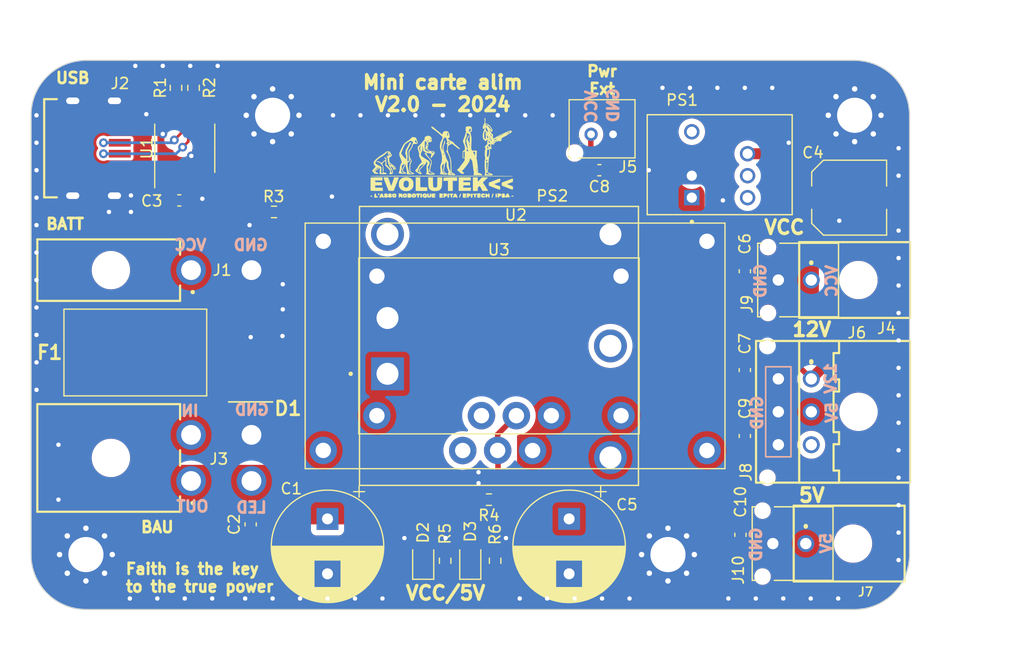
<source format=kicad_pcb>
(kicad_pcb (version 20221018) (generator pcbnew)
  (layers (0 "F.Cu" signal) (31 "B.Cu" signal) (34 "B.Paste" user) (35 "F.Paste" user) (36 "B.SilkS" user "B.Silkscreen") (37 "F.SilkS" user "F.Silkscreen") (38 "B.Mask" user) (39 "F.Mask" user) (44 "Edge.Cuts" user))
  (net 0 "")
  (net 1 "VCC")
  (net 2 "GND")
  (net 3 "+5V")
  (net 4 "Net-(D1-K)")
  (net 5 "Net-(D2-K)")
  (net 6 "Net-(D3-K)")
  (net 7 "+BATT")
  (net 8 "Net-(U2-VO_Adj)")
  (net 12 "+12V")
  (net 13 "Net-(J2-CC1)")
  (net 14 "Net-(U1-VIN)")
  (net 15 "Net-(J2-CC2)")
  (footprint "ConnectorsEvo:GCT_USB4125-GF-A_REVA2" (layer "F.Cu") (at 24.6 28 -90)
    (fp_text reference "J2" (at -5.9 -3.5) (layer "F.SilkS"))
    (fp_text value "USB_C_Receptacle_PowerOnly_6P")
    (pad "A5" smd rect (at -0.5 -3.48 270) (size 0.7 2) (layers "F.Cu" "F.Paste" "F.Mask") (net 13 "Net-(J2-CC1)"))
    (pad "A9" smd rect (at 1.52 -3.48 270) (size 0.76 2) (layers "F.Cu" "F.Paste" "F.Mask") (net 7 "+BATT"))
    (pad "A12" smd rect (at 2.75 -3.48 270) (size 0.8 2) (layers "F.Cu" "F.Paste" "F.Mask") (net 2 "GND"))
    (pad "B5" smd rect (at 0.5 -3.48 270) (size 0.7 2) (layers "F.Cu" "F.Paste" "F.Mask") (net 15 "Net-(J2-CC2)"))
    (pad "B9" smd rect (at -1.52 -3.48 270) (size 0.76 2) (layers "F.Cu" "F.Paste" "F.Mask") (net 7 "+BATT"))
    (pad "B12" smd rect (at -2.75 -3.48 270) (size 0.8 2) (layers "F.Cu" "F.Paste" "F.Mask") (net 2 "GND"))
    (pad "S1" thru_hole oval (at -4.32 -3 270) (size 1.1 1.7) (drill oval 0.6 1.2) (layers "*.Cu" "*.Mask") (net 2 "GND"))
    (pad "S1" thru_hole oval (at -4.32 0.8 270) (size 1.1 1.7) (drill oval 0.6 1.2) (layers "*.Cu" "*.Mask") (net 2 "GND"))
    (pad "S1" thru_hole oval (at 4.32 -3 270) (size 1.1 1.7) (drill oval 0.6 1.2) (layers "*.Cu" "*.Mask") (net 2 "GND"))
    (pad "S1" thru_hole oval (at 4.32 0.8 270) (size 1.1 1.7) (drill oval 0.6 1.2) (layers "*.Cu" "*.Mask") (net 2 "GND"))
  )
  (footprint "Capacitor_SMD:C_Elec_6.3x7.7" (layer "F.Cu") (at 94.5 32.5)
    (fp_text reference "C4" (at -3.3 -4.1) (layer "F.SilkS"))
    (fp_text value "470uF")
    (pad "1" smd roundrect (at -2.5375 0) (size 3.325 1.6) (layers "F.Cu" "F.Paste" "F.Mask") (roundrect_rratio 0.15625) (net 12 "+12V"))
    (pad "2" smd roundrect (at 2.5375 0) (size 3.325 1.6) (layers "F.Cu" "F.Paste" "F.Mask") (roundrect_rratio 0.15625) (net 2 "GND"))
  )
  (footprint "Resistor_SMD:R_0603_1608Metric" (layer "F.Cu") (at 34.8 22.5 90)
    (fp_text reference "R2" (at 0 1.45 90) (layer "F.SilkS"))
    (fp_text value "5.1K")
    (pad "1" smd roundrect (at -0.825 0 90) (size 0.8 0.95) (layers "F.Cu" "F.Paste" "F.Mask") (net 15 "Net-(J2-CC2)"))
    (pad "2" smd roundrect (at 0.825 0 90) (size 0.8 0.95) (layers "F.Cu" "F.Paste" "F.Mask") (net 2 "GND"))
  )
  (footprint "ConnectorsEvo:66200221022" (layer "F.Cu") (at 95 40 90)
    (fp_text reference "J4" (at -4.4 2.9 180) (layer "F.SilkS"))
    (fp_text value "VCC")
    (pad "" np_thru_hole circle (at 0 0.35 90) (size 3 3) (drill 3) (layers "*.Cu" "*.Mask"))
    (pad "1" thru_hole circle (at 0 -3.95 90) (size 1.53 1.53) (drill 1.02) (layers "*.Cu" "*.Mask") (net 1 "VCC"))
    (pad "2" thru_hole circle (at 0 -6.95 90) (size 1.53 1.53) (drill 1.02) (layers "*.Cu" "*.Mask") (net 2 "GND"))
  )
  (footprint "ConnectorsEvo:66200621022" (layer "F.Cu") (at 95 52 90)
    (fp_text reference "J6" (at 7.2 0.2 180) (layer "F.SilkS"))
    (fp_text value "OUT")
    (pad "" np_thru_hole circle (at 0 0.35 90) (size 3 3) (drill 3) (layers "*.Cu" "*.Mask"))
    (pad "1" thru_hole circle (at 3 -3.95 90) (size 1.53 1.53) (drill 1.02) (layers "*.Cu" "*.Mask") (net 12 "+12V"))
    (pad "2" thru_hole circle (at 0 -3.95 90) (size 1.53 1.53) (drill 1.02) (layers "*.Cu" "*.Mask") (net 3 "+5V"))
    (pad "3" thru_hole circle (at -3 -3.95 90) (size 1.53 1.53) (drill 1.02) (layers "*.Cu" "*.Mask"))
    (pad "4" thru_hole circle (at 3 -6.95 90) (size 1.53 1.53) (drill 1.02) (layers "*.Cu" "*.Mask") (net 2 "GND"))
    (pad "5" thru_hole circle (at 0 -6.95 90) (size 1.53 1.53) (drill 1.02) (layers "*.Cu" "*.Mask") (net 2 "GND"))
    (pad "6" thru_hole circle (at -3 -6.95 90) (size 1.53 1.53) (drill 1.02) (layers "*.Cu" "*.Mask") (net 2 "GND"))
  )
  (footprint "Capacitor_THT:CP_Radial_D10.0mm_P5.00mm" (layer "F.Cu") (at 47 61.75 -90)
    (fp_text reference "C1" (at -2.75 3.3) (layer "F.SilkS"))
    (fp_text value "470uF")
    (pad "1" thru_hole rect (at 0 0 270) (size 2 2) (drill 1) (layers "*.Cu" "*.Mask") (net 1 "VCC"))
    (pad "2" thru_hole circle (at 5 0 270) (size 2 2) (drill 1) (layers "*.Cu" "*.Mask") (net 2 "GND"))
  )
  (footprint "LED_SMD:LED_0805_2012Metric" (layer "F.Cu") (at 55.7125 65.5625 90)
    (fp_text reference "D2" (at 2.5625 -0.0125 90) (layer "F.SilkS"))
    (fp_text value "RED")
    (pad "1" smd roundrect (at -0.9375 0 90) (size 0.975 1.4) (layers "F.Cu" "F.Paste" "F.Mask") (net 5 "Net-(D2-K)"))
    (pad "2" smd roundrect (at 0.9375 0 90) (size 0.975 1.4) (layers "F.Cu" "F.Paste" "F.Mask") (net 1 "VCC"))
  )
  (footprint "Capacitor_SMD:C_0603_1608Metric" (layer "F.Cu") (at 84.6 63.2 -90)
    (fp_text reference "C10" (at -3 0 -90) (layer "F.SilkS"))
    (fp_text value "4.7uF")
    (pad "1" smd roundrect (at -0.775 0 270) (size 0.9 0.95) (layers "F.Cu" "F.Paste" "F.Mask") (net 3 "+5V"))
    (pad "2" smd roundrect (at 0.775 0 270) (size 0.9 0.95) (layers "F.Cu" "F.Paste" "F.Mask") (net 2 "GND"))
  )
  (footprint "Capacitor_SMD:C_0603_1608Metric" (layer "F.Cu") (at 85 48.2 -90)
    (fp_text reference "C7" (at -2.4 0 -90) (layer "F.SilkS"))
    (fp_text value "4.7uF")
    (pad "1" smd roundrect (at -0.775 0 270) (size 0.9 0.95) (layers "F.Cu" "F.Paste" "F.Mask") (net 12 "+12V"))
    (pad "2" smd roundrect (at 0.775 0 270) (size 0.9 0.95) (layers "F.Cu" "F.Paste" "F.Mask") (net 2 "GND"))
  )
  (footprint "Capacitor_SMD:C_0603_1608Metric" (layer "F.Cu") (at 33.5 32.75)
    (fp_text reference "C3" (at -2.5 0.05) (layer "F.SilkS"))
    (fp_text value "1uF")
    (pad "1" smd roundrect (at -0.775 0) (size 0.9 0.95) (layers "F.Cu" "F.Paste" "F.Mask") (net 14 "Net-(U1-VIN)"))
    (pad "2" smd roundrect (at 0.775 0) (size 0.9 0.95) (layers "F.Cu" "F.Paste" "F.Mask") (net 2 "GND"))
  )
  (footprint "Capacitor_SMD:C_0603_1608Metric" (layer "F.Cu") (at 85 54.2 -90)
    (fp_text reference "C9" (at -2.5 0 -90) (layer "F.SilkS"))
    (fp_text value "4.7uF")
    (pad "1" smd roundrect (at -0.775 0 270) (size 0.9 0.95) (layers "F.Cu" "F.Paste" "F.Mask") (net 3 "+5V"))
    (pad "2" smd roundrect (at 0.775 0 270) (size 0.9 0.95) (layers "F.Cu" "F.Paste" "F.Mask") (net 2 "GND"))
  )
  (footprint "ConnectorsEvo:649002227222" (layer "F.Cu") (at 27.075 39.1 -90)
    (fp_text reference "J1" (at 0 -10.325) (layer "F.SilkS"))
    (fp_text value "BATT")
    (pad "" np_thru_hole circle (at 0 -0.2 270) (size 3 3) (drill 3) (layers "*.Cu" "*.Mask"))
    (pad "1" thru_hole circle (at 0 -7.5 270) (size 2.7 2.7) (drill 1.8) (layers "*.Cu" "*.Mask") (net 7 "+BATT"))
    (pad "2" thru_hole circle (at 0 -13 270) (size 2.7 2.7) (drill 1.8) (layers "*.Cu" "*.Mask") (net 2 "GND"))
  )
  (footprint "ComponentsEvo:DO-214AB" (layer "F.Cu") (at 40 46.6 90)
    (fp_text reference "D1" (at -5.1 3.4 180) (layer "F.SilkS") (effects (font (size 1.25 1.25) (thickness 0.25) bold)))
    (fp_text value "D" hide)
    (pad "1" smd rect (at -3.3 0 90) (size 1.8 3.2) (layers "F.Cu" "F.Paste" "F.Mask") (net 4 "Net-(D1-K)"))
    (pad "2" smd rect (at 3.3 0 90) (size 1.8 3.2) (layers "F.Cu" "F.Paste" "F.Mask") (net 2 "GND"))
  )
  (footprint "Resistor_SMD:R_0603_1608Metric" (layer "F.Cu") (at 33.2 22.5 90)
    (fp_text reference "R1" (at 0 -1.43 90) (layer "F.SilkS"))
    (fp_text value "5.1K")
    (pad "1" smd roundrect (at -0.825 0 90) (size 0.8 0.95) (layers "F.Cu" "F.Paste" "F.Mask") (net 13 "Net-(J2-CC1)"))
    (pad "2" smd roundrect (at 0.825 0 90) (size 0.8 0.95) (layers "F.Cu" "F.Paste" "F.Mask") (net 2 "GND"))
  )
  (footprint "MountingHole:MountingHole_3.2mm_M3_Pad_Via" (layer "F.Cu") (at 78 65)
    (fp_text reference "H3" hide)
    (fp_text value "M3")
    (pad "1" thru_hole circle (at -2.4 0) (size 0.8 0.8) (drill 0.5) (layers "*.Cu" "*.Mask") (net 2 "GND"))
    (pad "1" thru_hole circle (at -1.697056 -1.697056) (size 0.8 0.8) (drill 0.5) (layers "*.Cu" "*.Mask") (net 2 "GND"))
    (pad "1" thru_hole circle (at -1.697056 1.697056) (size 0.8 0.8) (drill 0.5) (layers "*.Cu" "*.Mask") (net 2 "GND"))
    (pad "1" thru_hole circle (at 0 -2.4) (size 0.8 0.8) (drill 0.5) (layers "*.Cu" "*.Mask") (net 2 "GND"))
    (pad "1" thru_hole circle (at 0 0) (size 6.4 6.4) (drill 3.2) (layers "*.Cu" "*.Mask") (net 2 "GND"))
    (pad "1" thru_hole circle (at 0 2.4) (size 0.8 0.8) (drill 0.5) (layers "*.Cu" "*.Mask") (net 2 "GND"))
    (pad "1" thru_hole circle (at 1.697056 -1.697056) (size 0.8 0.8) (drill 0.5) (layers "*.Cu" "*.Mask") (net 2 "GND"))
    (pad "1" thru_hole circle (at 1.697056 1.697056) (size 0.8 0.8) (drill 0.5) (layers "*.Cu" "*.Mask") (net 2 "GND"))
    (pad "1" thru_hole circle (at 2.4 0) (size 0.8 0.8) (drill 0.5) (layers "*.Cu" "*.Mask") (net 2 "GND"))
  )
  (footprint "ConnectorsEvo:66200621122" (layer "F.Cu") (at 89.55 52 90)
    (fp_text reference "J8" (at -5.5 -4.45 90) (layer "F.SilkS"))
    (fp_text value "OUT")
    (pad "" np_thru_hole circle (at -6 -2.49 90) (size 1.02 1.02) (drill 1.02) (layers "*.Cu" "*.Mask"))
    (pad "" np_thru_hole circle (at 6 -2.49 90) (size 1.02 1.02) (drill 1.02) (layers "*.Cu" "*.Mask"))
    (pad "1" thru_hole circle (at 3 1.5 90) (size 1.53 1.53) (drill 1.02) (layers "*.Cu" "*.Mask") (net 12 "+12V"))
    (pad "2" thru_hole circle (at 0 1.5 90) (size 1.53 1.53) (drill 1.02) (layers "*.Cu" "*.Mask") (net 3 "+5V"))
    (pad "3" thru_hole circle (at -3 1.5 90) (size 1.53 1.53) (drill 1.02) (layers "*.Cu" "*.Mask"))
    (pad "4" thru_hole circle (at 3 -1.5 90) (size 1.53 1.53) (drill 1.02) (layers "*.Cu" "*.Mask") (net 2 "GND"))
    (pad "5" thru_hole circle (at 0 -1.5 90) (size 1.53 1.53) (drill 1.02) (layers "*.Cu" "*.Mask") (net 2 "GND"))
    (pad "6" thru_hole circle (at -3 -1.5 90) (size 1.53 1.53) (drill 1.02) (layers "*.Cu" "*.Mask") (net 2 "GND"))
  )
  (footprint "Package_SO:TSSOP-16_4.4x5mm_P0.65mm" (layer "F.Cu") (at 34 28 90)
    (fp_text reference "U1" (at 0 -3.45 90) (layer "F.SilkS"))
    (fp_text value "IP2721")
    (pad "1" smd roundrect (at -2.8625 -2.275 90) (size 1.475 0.4) (layers "F.Cu" "F.Paste" "F.Mask"))
    (pad "2" smd roundrect (at -2.8625 -1.625 90) (size 1.475 0.4) (layers "F.Cu" "F.Paste" "F.Mask") (net 14 "Net-(U1-VIN)"))
    (pad "3" smd roundrect (at -2.8625 -0.975 90) (size 1.475 0.4) (layers "F.Cu" "F.Paste" "F.Mask"))
    (pad "4" smd roundrect (at -2.8625 -0.325 90) (size 1.475 0.4) (layers "F.Cu" "F.Paste" "F.Mask"))
    (pad "5" smd roundrect (at -2.8625 0.325 90) (size 1.475 0.4) (layers "F.Cu" "F.Paste" "F.Mask") (net 2 "GND"))
    (pad "6" smd roundrect (at -2.8625 0.975 90) (size 1.475 0.4) (layers "F.Cu" "F.Paste" "F.Mask"))
    (pad "7" smd roundrect (at -2.8625 1.625 90) (size 1.475 0.4) (layers "F.Cu" "F.Paste" "F.Mask"))
    (pad "8" smd roundrect (at -2.8625 2.275 90) (size 1.475 0.4) (layers "F.Cu" "F.Paste" "F.Mask"))
    (pad "9" smd roundrect (at 2.8625 2.275 90) (size 1.475 0.4) (layers "F.Cu" "F.Paste" "F.Mask"))
    (pad "10" smd roundrect (at 2.8625 1.625 90) (size 1.475 0.4) (layers "F.Cu" "F.Paste" "F.Mask"))
    (pad "11" smd roundrect (at 2.8625 0.975 90) (size 1.475 0.4) (layers "F.Cu" "F.Paste" "F.Mask"))
    (pad "12" smd roundrect (at 2.8625 0.325 90) (size 1.475 0.4) (layers "F.Cu" "F.Paste" "F.Mask") (net 15 "Net-(J2-CC2)"))
    (pad "13" smd roundrect (at 2.8625 -0.325 90) (size 1.475 0.4) (layers "F.Cu" "F.Paste" "F.Mask") (net 13 "Net-(J2-CC1)"))
    (pad "14" smd roundrect (at 2.8625 -0.975 90) (size 1.475 0.4) (layers "F.Cu" "F.Paste" "F.Mask"))
    (pad "15" smd roundrect (at 2.8625 -1.625 90) (size 1.475 0.4) (layers "F.Cu" "F.Paste" "F.Mask"))
    (pad "16" smd roundrect (at 2.8625 -2.275 90) (size 1.475 0.4) (layers "F.Cu" "F.Paste" "F.Mask"))
  )
  (footprint "Resistor_SMD:R_0603_1608Metric" (layer "F.Cu") (at 61.7 60 180)
    (fp_text reference "R4" (at 0 -1.43 180) (layer "F.SilkS"))
    (fp_text value "21K")
    (pad "1" smd roundrect (at -0.825 0 180) (size 0.8 0.95) (layers "F.Cu" "F.Paste" "F.Mask") (net 8 "Net-(U2-VO_Adj)"))
    (pad "2" smd roundrect (at 0.825 0 180) (size 0.8 0.95) (layers "F.Cu" "F.Paste" "F.Mask") (net 2 "GND"))
  )
  (footprint "ConnectorsEvo:66200221022" (layer "F.Cu") (at 94.5 64 90)
    (fp_text reference "J7" (at -4.4 1.5 180) (layer "F.SilkS") (effects (font (size 0.8 0.8))))
    (fp_text value "5V")
    (pad "" np_thru_hole circle (at 0 0.35 90) (size 3 3) (drill 3) (layers "*.Cu" "*.Mask"))
    (pad "1" thru_hole circle (at 0 -3.95 90) (size 1.53 1.53) (drill 1.02) (layers "*.Cu" "*.Mask") (net 3 "+5V"))
    (pad "2" thru_hole circle (at 0 -6.95 90) (size 1.53 1.53) (drill 1.02) (layers "*.Cu" "*.Mask") (net 2 "GND"))
  )
  (footprint "Capacitor_SMD:C_0603_1608Metric" (layer "F.Cu") (at 85 39.2 -90)
    (fp_text reference "C6" (at -2.5 0 -90) (layer "F.SilkS"))
    (fp_text value "4.7uF")
    (pad "1" smd roundrect (at -0.775 0 270) (size 0.9 0.95) (layers "F.Cu" "F.Paste" "F.Mask") (net 1 "VCC"))
    (pad "2" smd roundrect (at 0.775 0 270) (size 0.9 0.95) (layers "F.Cu" "F.Paste" "F.Mask") (net 2 "GND"))
  )
  (footprint "MountingHole:MountingHole_3.2mm_M3_Pad_Via" (layer "F.Cu") (at 95 25)
    (fp_text reference "H4" hide)
    (fp_text value "M3")
    (pad "1" thru_hole circle (at -2.4 0) (size 0.8 0.8) (drill 0.5) (layers "*.Cu" "*.Mask") (net 2 "GND"))
    (pad "1" thru_hole circle (at -1.697056 -1.697056) (size 0.8 0.8) (drill 0.5) (layers "*.Cu" "*.Mask") (net 2 "GND"))
    (pad "1" thru_hole circle (at -1.697056 1.697056) (size 0.8 0.8) (drill 0.5) (layers "*.Cu" "*.Mask") (net 2 "GND"))
    (pad "1" thru_hole circle (at 0 -2.4) (size 0.8 0.8) (drill 0.5) (layers "*.Cu" "*.Mask") (net 2 "GND"))
    (pad "1" thru_hole circle (at 0 0) (size 6.4 6.4) (drill 3.2) (layers "*.Cu" "*.Mask") (net 2 "GND"))
    (pad "1" thru_hole circle (at 0 2.4) (size 0.8 0.8) (drill 0.5) (layers "*.Cu" "*.Mask") (net 2 "GND"))
    (pad "1" thru_hole circle (at 1.697056 -1.697056) (size 0.8 0.8) (drill 0.5) (layers "*.Cu" "*.Mask") (net 2 "GND"))
    (pad "1" thru_hole circle (at 1.697056 1.697056) (size 0.8 0.8) (drill 0.5) (layers "*.Cu" "*.Mask") (net 2 "GND"))
    (pad "1" thru_hole circle (at 2.4 0) (size 0.8 0.8) (drill 0.5) (layers "*.Cu" "*.Mask") (net 2 "GND"))
  )
  (footprint "ComponentsEvo:0031.7701.11" (layer "F.Cu") (at 29.5 46.6 180)
    (fp_text reference "F1" (at 7.8 0 180) (layer "F.SilkS") (effects (font (size 1.25 1.25) (thickness 0.25) bold)))
    (fp_text value "Fuse")
    (pad "1" smd rect (at -4 0 180) (size 5 6) (layers "F.Cu" "F.Paste" "F.Mask") (net 4 "Net-(D1-K)"))
    (pad "2" smd rect (at 4 0 180) (size 5 6) (layers "F.Cu" "F.Paste" "F.Mask") (net 7 "+BATT"))
  )
  (footprint "ConnectorsEvo:649004227222" (layer "F.Cu") (at 27.075 56.2 -90)
    (fp_text reference "J3" (at 0.1 -10.025) (layer "F.SilkS"))
    (fp_text value "BAU")
    (pad "" np_thru_hole circle (at 0 -0.2 270) (size 3 3) (drill 3) (layers "*.Cu" "*.Mask"))
    (pad "1" thru_hole circle (at 2.1 -7.5 270) (size 2.7 2.7) (drill 1.8) (layers "*.Cu" "*.Mask") (net 1 "VCC"))
    (pad "2" thru_hole circle (at -2.1 -7.5 270) (size 2.7 2.7) (drill 1.8) (layers "*.Cu" "*.Mask") (net 4 "Net-(D1-K)"))
    (pad "3" thru_hole circle (at 2.1 -13 270) (size 2.7 2.7) (drill 1.8) (layers "*.Cu" "*.Mask") (net 1 "VCC"))
    (pad "4" thru_hole circle (at -2.1 -13 270) (size 2.7 2.7) (drill 1.8) (layers "*.Cu" "*.Mask") (net 2 "GND"))
  )
  (footprint "Capacitor_SMD:C_0603_1608Metric" (layer "F.Cu") (at 71.75 30)
    (fp_text reference "C8" (at 0 1.5) (layer "F.SilkS"))
    (fp_text value "4.7uF")
    (pad "1" smd roundrect (at -0.775 0) (size 0.9 0.95) (layers "F.Cu" "F.Paste" "F.Mask") (net 1 "VCC"))
    (pad "2" smd roundrect (at 0.775 0) (size 0.9 0.95) (layers "F.Cu" "F.Paste" "F.Mask") (net 2 "GND"))
  )
  (footprint "LED_SMD:LED_0805_2012Metric" (layer "F.Cu") (at 60 65.5625 90)
    (fp_text reference "D3" (at 2.6625 0 90) (layer "F.SilkS"))
    (fp_text value "RED")
    (pad "1" smd roundrect (at -0.9375 0 90) (size 0.975 1.4) (layers "F.Cu" "F.Paste" "F.Mask") (net 6 "Net-(D3-K)"))
    (pad "2" smd roundrect (at 0.9375 0 90) (size 0.975 1.4) (layers "F.Cu" "F.Paste" "F.Mask") (net 3 "+5V"))
  )
  (footprint "MountingHole:MountingHole_3.2mm_M3_Pad_Via" (layer "F.Cu") (at 25 65)
    (fp_text reference "H2" hide)
    (fp_text value "M3")
    (pad "1" thru_hole circle (at -2.4 0) (size 0.8 0.8) (drill 0.5) (layers "*.Cu" "*.Mask") (net 2 "GND"))
    (pad "1" thru_hole circle (at -1.697056 -1.697056) (size 0.8 0.8) (drill 0.5) (layers "*.Cu" "*.Mask") (net 2 "GND"))
    (pad "1" thru_hole circle (at -1.697056 1.697056) (size 0.8 0.8) (drill 0.5) (layers "*.Cu" "*.Mask") (net 2 "GND"))
    (pad "1" thru_hole circle (at 0 -2.4) (size 0.8 0.8) (drill 0.5) (layers "*.Cu" "*.Mask") (net 2 "GND"))
    (pad "1" thru_hole circle (at 0 0) (size 6.4 6.4) (drill 3.2) (layers "*.Cu" "*.Mask") (net 2 "GND"))
    (pad "1" thru_hole circle (at 0 2.4) (size 0.8 0.8) (drill 0.5) (layers "*.Cu" "*.Mask") (net 2 "GND"))
    (pad "1" thru_hole circle (at 1.697056 -1.697056) (size 0.8 0.8) (drill 0.5) (layers "*.Cu" "*.Mask") (net 2 "GND"))
    (pad "1" thru_hole circle (at 1.697056 1.697056) (size 0.8 0.8) (drill 0.5) (layers "*.Cu" "*.Mask") (net 2 "GND"))
    (pad "1" thru_hole circle (at 2.4 0) (size 0.8 0.8) (drill 0.5) (layers "*.Cu" "*.Mask") (net 2 "GND"))
  )
  (footprint "Resistor_SMD:R_0603_1608Metric" (layer "F.Cu") (at 42.125 33.8 180)
    (fp_text reference "R3" (at 0.025 1.4) (layer "F.SilkS"))
    (fp_text value "0")
    (pad "1" smd roundrect (at -0.825 0 180) (size 0.8 0.95) (layers "F.Cu" "F.Paste" "F.Mask") (net 1 "VCC"))
    (pad "2" smd roundrect (at 0.825 0 180) (size 0.8 0.95) (layers "F.Cu" "F.Paste" "F.Mask") (net 14 "Net-(U1-VIN)"))
  )
  (footprint "ConnectorsEvo:66200221122" (layer "F.Cu") (at 89.05 64 90)
    (fp_text reference "J10" (at -2.4 -4.65 90) (layer "F.SilkS"))
    (fp_text value "5V")
    (pad "" np_thru_hole circle (at -3 -2.44 90) (size 1.02 1.02) (drill 1.02) (layers "*.Cu" "*.Mask"))
    (pad "" np_thru_hole circle (at 3 -2.44 90) (size 1.02 1.02) (drill 1.02) (layers "*.Cu" "*.Mask"))
    (pad "1" thru_hole circle (at 0 1.5 90) (size 1.53 1.53) (drill 1.02) (layers "*.Cu" "*.Mask") (net 3 "+5V"))
    (pad "2" thru_hole circle (at 0 -1.5 90) (size 1.53 1.53) (drill 1.02) (layers "*.Cu" "*.Mask") (net 2 "GND"))
  )
  (footprint "MountingHole:MountingHole_3.2mm_M3_Pad_Via" (layer "F.Cu") (at 42 25)
    (fp_text reference "H1" hide)
    (fp_text value "M3")
    (pad "1" thru_hole circle (at -2.4 0) (size 0.8 0.8) (drill 0.5) (layers "*.Cu" "*.Mask") (net 2 "GND"))
    (pad "1" thru_hole circle (at -1.697056 -1.697056) (size 0.8 0.8) (drill 0.5) (layers "*.Cu" "*.Mask") (net 2 "GND"))
    (pad "1" thru_hole circle (at -1.697056 1.697056) (size 0.8 0.8) (drill 0.5) (layers "*.Cu" "*.Mask") (net 2 "GND"))
    (pad "1" thru_hole circle (at 0 -2.4) (size 0.8 0.8) (drill 0.5) (layers "*.Cu" "*.Mask") (net 2 "GND"))
    (pad "1" thru_hole circle (at 0 0) (size 6.4 6.4) (drill 3.2) (layers "*.Cu" "*.Mask") (net 2 "GND"))
    (pad "1" thru_hole circle (at 0 2.4) (size 0.8 0.8) (drill 0.5) (layers "*.Cu" "*.Mask") (net 2 "GND"))
    (pad "1" thru_hole circle (at 1.697056 -1.697056) (size 0.8 0.8) (drill 0.5) (layers "*.Cu" "*.Mask") (net 2 "GND"))
    (pad "1" thru_hole circle (at 1.697056 1.697056) (size 0.8 0.8) (drill 0.5) (layers "*.Cu" "*.Mask") (net 2 "GND"))
    (pad "1" thru_hole circle (at 2.4 0) (size 0.8 0.8) (drill 0.5) (layers "*.Cu" "*.Mask") (net 2 "GND"))
  )
  (footprint "Module:Texas_EUK_R-PDSS-T7_THT" (layer "F.Cu") (at 46.6125 36.475)
    (fp_text reference "U2" (at 17.53 -2.4) (layer "F.SilkS"))
    (fp_text value "PTN78020W_EUK-7")
    (pad "1" thru_hole roundrect (at 0 0) (size 2.5 2.5) (drill 1.4) (layers "*.Cu" "*.Mask") (net 2 "GND"))
    (pad "2" thru_hole circle (at 0 19.04) (size 2.5 2.5) (drill 1.4) (layers "*.Cu" "*.Mask") (net 1 "VCC"))
    (pad "3" thru_hole circle (at 12.7 19.05) (size 2.5 2.5) (drill 1.4) (layers "*.Cu" "*.Mask"))
    (pad "4" thru_hole circle (at 15.88 19.04) (size 2.5 2.5) (drill 1.4) (layers "*.Cu" "*.Mask") (net 8 "Net-(U2-VO_Adj)"))
    (pad "5" thru_hole circle (at 19.06 19.05) (size 2.5 2.5) (drill 1.4) (layers "*.Cu" "*.Mask") (net 3 "+5V"))
    (pad "6" thru_hole circle (at 34.94 19.05) (size 2.5 2.5) (drill 1.4) (layers "*.Cu" "*.Mask") (net 3 "+5V"))
    (pad "7" thru_hole circle (at 34.94 0) (size 2.5 2.5) (drill 1.4) (layers "*.Cu" "*.Mask") (net 2 "GND"))
  )
  (footprint "ConnectorsEvo:66200221122" (layer "F.Cu") (at 89.55 40 90)
    (fp_text reference "J9" (at -2.2 -4.35 90) (layer "F.SilkS"))
    (fp_text value "VCC")
    (pad "" np_thru_hole circle (at -3 -2.44 90) (size 1.02 1.02) (drill 1.02) (layers "*.Cu" "*.Mask"))
    (pad "" np_thru_hole circle (at 3 -2.44 90) (size 1.02 1.02) (drill 1.02) (layers "*.Cu" "*.Mask"))
    (pad "1" thru_hole circle (at 0 1.5 90) (size 1.53 1.53) (drill 1.02) (layers "*.Cu" "*.Mask") (net 1 "VCC"))
    (pad "2" thru_hole circle (at 0 -1.5 90) (size 1.53 1.53) (drill 1.02) (layers "*.Cu" "*.Mask") (net 2 "GND"))
  )
  (footprint "Capacitor_THT:CP_Radial_D10.0mm_P5.00mm" (layer "F.Cu") (at 69 61.75 -90)
    (fp_text reference "C5" (at -1.29 -5.26) (layer "F.SilkS"))
    (fp_text value "470uF")
    (pad "1" thru_hole rect (at 0 0 270) (size 2 2) (drill 1) (layers "*.Cu" "*.Mask") (net 3 "+5V"))
    (pad "2" thru_hole circle (at 5 0 270) (size 2 2) (drill 1) (layers "*.Cu" "*.Mask") (net 2 "GND"))
  )
  (footprint "Module:Texas_EUW_R-PDSS-T7_THT" (layer "F.Cu") (at 51.4975 39.65)
    (fp_text reference "U3" (at 11.1 -2.4) (layer "F.SilkS"))
    (fp_text value "PTN78060W_EUW-7")
    (pad "1" thru_hole roundrect (at 0 0) (size 2.5 2.5) (drill 1.4) (layers "*.Cu" "*.Mask") (net 2 "GND"))
    (pad "2" thru_hole circle (at 0 12.7) (size 2.5 2.5) (drill 1.4) (layers "*.Cu" "*.Mask") (net 1 "VCC"))
    (pad "3" thru_hole circle (at 9.52 12.7) (size 2.5 2.5) (drill 1.4) (layers "*.Cu" "*.Mask"))
    (pad "4" thru_hole circle (at 12.7 12.7) (size 2.5 2.5) (drill 1.4) (layers "*.Cu" "*.Mask") (net 8 "Net-(U2-VO_Adj)"))
    (pad "5" thru_hole circle (at 15.88 12.7) (size 2.5 2.5) (drill 1.4) (layers "*.Cu" "*.Mask") (net 3 "+5V"))
    (pad "6" thru_hole circle (at 22.23 12.7) (size 2.5 2.5) (drill 1.4) (layers "*.Cu" "*.Mask") (net 3 "+5V"))
    (pad "7" thru_hole circle (at 22.23 0) (size 2.5 2.5) (drill 1.4) (layers "*.Cu" "*.Mask") (net 2 "GND"))
  )
  (footprint "Resistor_SMD:R_0603_1608Metric" (layer "F.Cu") (at 62.2625 65.5625 90)
    (fp_text reference "R6" (at 2.4125 -0.0125 90) (layer "F.SilkS"))
    (fp_text value "1K")
    (pad "1" smd roundrect (at -0.825 0 90) (size 0.8 0.95) (layers "F.Cu" "F.Paste" "F.Mask") (net 6 "Net-(D3-K)"))
    (pad "2" smd roundrect (at 0.825 0 90) (size 0.8 0.95) (layers "F.Cu" "F.Paste" "F.Mask") (net 2 "GND"))
  )
  (footprint "ComponentsEvo:logo-evo-min" (layer "F.Cu") (at 57.5 28.75)
    (fp_text reference "G***" hide)
    (fp_text value "LOGO" hide)
  )
  (footprint "ConnectorsEvo:B02B-PASK" (layer "F.Cu") (at 72 26.73175 180)
    (fp_text reference "J5" (at -2.35 -2.96825 180) (layer "F.SilkS"))
    (fp_text value "PWR Ext")
    (fp_text user "1" (at 1.968 -0.5 180) (layer "F.SilkS") (effects (font (thickness 0.015))))
    (pad "" np_thru_hole circle (at 2.5 -1.7 180) (size 1.1 1.1) (drill 1.1) (layers "*.Cu" "*.Mask"))
    (pad "1" thru_hole circle (at 1 0 180) (size 1.208 1.208) (drill 0.7) (layers "*.Cu" "*.Mask" "B.Adhes") (net 1 "VCC"))
    (pad "2" thru_hole circle (at -1 0 180) (size 1.208 1.208) (drill 0.7) (layers "*.Cu" "*.Mask") (net 2 "GND"))
  )
  (footprint "Resistor_SMD:R_0603_1608Metric" (layer "F.Cu") (at 57.7125 65.5625 90)
    (fp_text reference "R5" (at 2.4625 -0.0125 90) (layer "F.SilkS"))
    (fp_text value "1K")
    (pad "1" smd roundrect (at -0.825 0 90) (size 0.8 0.95) (layers "F.Cu" "F.Paste" "F.Mask") (net 5 "Net-(D2-K)"))
    (pad "2" smd roundrect (at 0.825 0 90) (size 0.8 0.95) (layers "F.Cu" "F.Paste" "F.Mask") (net 2 "GND"))
  )
  (footprint "ComponentsEvo:TRACO_CONV_THL" (layer "F.Cu") (at 62.6125 46 -90)
    (fp_text reference "PS2" (at -13.66 -4.8575) (layer "F.SilkS"))
    (fp_text value "THL_20-2411WI")
    (pad "1" thru_hole rect (at 2.54 10.15 270) (size 3 3) (drill 2) (layers "*.Cu" "*.Mask") (net 1 "VCC"))
    (pad "2" thru_hole circle (at -2.54 10.15 270) (size 3 3) (drill 2) (layers "*.Cu" "*.Mask") (net 2 "GND"))
    (pad "3" thru_hole circle (at 10.16 -10.15 270) (size 3 3) (drill 2) (layers "*.Cu" "*.Mask") (net 3 "+5V"))
    (pad "4" thru_hole circle (at 0 -10.15 270) (size 3 3) (drill 2) (layers "*.Cu" "*.Mask"))
    (pad "5" thru_hole circle (at -10.16 -10.15 270) (size 3 3) (drill 2) (layers "*.Cu" "*.Mask") (net 2 "GND"))
    (pad "6" thru_hole circle (at -10.16 10.15 270) (size 3 3) (drill 2) (layers "*.Cu" "*.Mask"))
  )
  (footprint "ComponentsEvo:TRACO_CONV_TDN" (layer "F.Cu") (at 82.71 29.5)
    (fp_text reference "PS1" (at -3.425 -5.885) (layer "F.SilkS"))
    (fp_text value "TDN_5-2412WI")
    (pad "1" thru_hole rect (at -2.54 3) (size 1.4 1.4) (drill 0.93) (layers "*.Cu" "*.Mask") (net 1 "VCC"))
    (pad "2" thru_hole circle (at -2.54 1) (size 1.4 1.4) (drill 0.93) (layers "*.Cu" "*.Mask") (net 2 "GND"))
    (pad "4" thru_hole circle (at -2.54 -3) (size 1.4 1.4) (drill 0.93) (layers "*.Cu" "*.Mask"))
    (pad "5" thru_hole circle (at 2.54 3) (size 1.4 1.4) (drill 0.93) (layers "*.Cu" "*.Mask"))
    (pad "6" thru_hole circle (at 2.54 1) (size 1.4 1.4) (drill 0.93) (layers "*.Cu" "*.Mask"))
    (pad "7" thru_hole circle (at 2.54 -1) (size 1.4 1.4) (drill 0.93) (layers "*.Cu" "*.Mask") (net 12 "+12V"))
  )
  (footprint "Capacitor_SMD:C_0603_1608Metric" (layer "F.Cu") (at 40 62.25 -90)
    (fp_text reference "C2" (at 0 1.5 -90) (layer "F.SilkS"))
    (fp_text value "2.2uF")
    (pad "1" smd roundrect (at -0.775 0 270) (size 0.9 0.95) (layers "F.Cu" "F.Paste" "F.Mask") (net 1 "VCC"))
    (pad "2" smd roundrect (at 0.775 0 270) (size 0.9 0.95) (layers "F.Cu" "F.Paste" "F.Mask") (net 2 "GND"))
  )
  (gr_rect (start 86.9 47.9) (end 89.2 56.1) (stroke (width 0.15)) (fill none) (layer "B.SilkS"))
  (gr_arc (start 20 25) (mid 21.464466 21.464466) (end 25 20) (stroke (width 0.1)) (layer "Edge.Cuts"))
  (gr_arc (start 25 70) (mid 21.464467 68.535534) (end 20 65) (stroke (width 0.1)) (layer "Edge.Cuts"))
  (gr_line (start 100 25) (end 100 65) (stroke (width 0.1)) (layer "Edge.Cuts"))
  (gr_line (start 20 65) (end 20 25) (stroke (width 0.1)) (layer "Edge.Cuts"))
  (gr_arc (start 95 20) (mid 98.535534 21.464466) (end 100 25) (stroke (width 0.1)) (layer "Edge.Cuts"))
  (gr_line (start 25 20) (end 95 20) (stroke (width 0.1)) (layer "Edge.Cuts"))
  (gr_line (start 25 70) (end 95 70) (stroke (width 0.1)) (layer "Edge.Cuts"))
  (gr_arc (start 100 65) (mid 98.535534 68.535533) (end 95 70) (stroke (width 0.1)) (layer "Edge.Cuts"))
  (gr_text "GND" (at 87 38.4 90) (layer "B.SilkS") (effects (font (size 1 1) (thickness 0.25) bold) (justify left bottom mirror)))
  (gr_text "5V" (at 93.5 51 90) (layer "B.SilkS") (effects (font (size 1 1) (thickness 0.25) bold) (justify left bottom mirror)))
  (gr_text "GND" (at 41.8 52.4) (layer "B.SilkS") (effects (font (size 1 1) (thickness 0.25) bold) (justify left bottom mirror)))
  (gr_text "GND" (at 41.7 37.4) (layer "B.SilkS") (effects (font (size 1 1) (thickness 0.25) bold) (justify left bottom mirror)))
  (gr_text "GND" (at 86.7 50.4 90) (layer "B.SilkS") (effects (font (size 1 1) (thickness 0.25) bold) (justify left bottom mirror)))
  (gr_text "VCC" (at 93.5 38.5 90) (layer "B.SilkS") (effects (font (size 1 1) (thickness 0.25) bold) (justify left bottom mirror)))
  (gr_text "GND" (at 73.6 22.4 90) (layer "B.SilkS") (effects (font (size 1 1) (thickness 0.25) bold) (justify left bottom mirror)))
  (gr_text "IN" (at 35.4 52.5) (layer "B.SilkS") (effects (font (size 1 1) (thickness 0.25) bold) (justify left bottom mirror)))
  (gr_text "12V" (at 93.4 47.4 90) (layer "B.SilkS") (effects (font (size 1 1) (thickness 0.25) bold) (justify left bottom mirror)))
  (gr_text "VCC" (at 71.6 22.6 90) (layer "B.SilkS") (effects (font (size 1 1) (thickness 0.25) bold) (justify left bottom mirror)))
  (gr_text "VCC" (at 36.1 37.4) (layer "B.SilkS") (effects (font (size 1 1) (thickness 0.25) bold) (justify left bottom mirror)))
  (gr_text "LED" (at 41.6 61.3) (layer "B.SilkS") (effects (font (size 1 1) (thickness 0.25) bold) (justify left bottom mirror)))
  (gr_text "OUT" (at 36.3 61.2) (layer "B.SilkS") (effects (font (size 1 1) (thickness 0.25) bold) (justify left bottom mirror)))
  (gr_text "GND" (at 86.6 62.4 90) (layer "B.SilkS") (effects (font (size 1 1) (thickness 0.25) bold) (justify left bottom mirror)))
  (gr_text "5V" (at 93 62.9 90) (layer "B.SilkS") (effects (font (size 1 1) (thickness 0.25) bold) (justify left bottom mirror)))
  (gr_text "BATT" (at 23.1 34.9) (layer "F.SilkS") (effects (font (size 1 1) (thickness 0.25))))
  (gr_text "Mini carte alim\nV2.0 - 2024" (at 57.5 23) (layer "F.SilkS") (effects (font (size 1.25 1.25) (thickness 0.3125) bold)))
  (gr_text "12V" (at 91.1 44.5) (layer "F.SilkS") (effects (font (size 1.25 1.25) (thickness 0.3))))
  (gr_text "Faith is the key\nto the true power" (at 28.5 68.5) (layer "F.SilkS") (effects (font (size 1 1) (thickness 0.25) bold) (justify left bottom)))
  (gr_text "USB" (at 23.8 21.6) (layer "F.SilkS") (effects (font (size 1 1) (thickness 0.25))))
  (gr_text "Pwr\nExt" (at 72 21.8) (layer "F.SilkS") (effects (font (size 1 1) (thickness 0.25))))
  (gr_text "VCC" (at 88.6 35.2) (layer "F.SilkS") (effects (font (size 1.25 1.25) (thickness 0.3))))
  (gr_text "VCC/5V" (at 57.75 68.5) (layer "F.SilkS") (effects (font (size 1.25 1.25) (thickness 0.3))))
  (gr_text "BAU" (at 31.5 62.5) (layer "F.SilkS") (effects (font (size 1 1) (thickness 0.25))))
  (gr_text "5V" (at 91.1 59.6) (layer "F.SilkS") (effects (font (size 1.25 1.25) (thickness 0.3))))
  (segment (start 71 32) (end 71.5 32.5) (width 0.5) (layer "F.Cu") (net 1))
  (segment (start 70.975 30) (end 70.975 26.75675) (width 0.5) (layer "F.Cu") (net 1))
  (segment (start 49.3 33.8) (end 49.6 34.1) (width 0.25) (layer "F.Cu") (net 1))
  (segment (start 71 30.025) (end 71 32) (width 0.5) (layer "F.Cu") (net 1))
  (segment (start 55.7125 62.9625) (end 54.5 61.75) (width 0.5) (layer "F.Cu") (net 1))
  (segment (start 70.975 30) (end 71 30.025) (width 0.5) (layer "F.Cu") (net 1))
  (segment (start 49.6 34.1) (end 49.6 45.6775) (width 0.25) (layer "F.Cu") (net 1))
  (segment (start 89.3 41.75) (end 87.641909 41.75) (width 1) (layer "F.Cu") (net 1))
  (segment (start 84.5 42.5) (end 58.5025 42.5) (width 1) (layer "F.Cu") (net 1))
  (segment (start 91.05 40) (end 89.3 41.75) (width 1) (layer "F.Cu") (net 1))
  (segment (start 87.631909 41.74) (end 85.26 41.74) (width 1) (layer "F.Cu") (net 1))
  (segment (start 71.5 32.5) (end 80.17 32.5) (width 0.5) (layer "F.Cu") (net 1))
  (segment (start 58.5025 42.5) (end 52.4625 48.54) (width 1) (layer "F.Cu") (net 1))
  (segment (start 54.5 61.75) (end 47 61.75) (width 0.5) (layer "F.Cu") (net 1))
  (segment (start 85.26 41.74) (end 84.5 42.5) (width 1) (layer "F.Cu") (net 1))
  (segment (start 70.975 26.75675) (end 71 26.73175) (width 0.5) (layer "F.Cu") (net 1))
  (segment (start 55.7125 64.625) (end 55.7125 62.9625) (width 0.5) (layer "F.Cu") (net 1))
  (segment (start 49.3 33.8) (end 42.95 33.8) (width 0.25) (layer "F.Cu") (net 1))
  (segment (start 87.641909 41.75) (end 87.631909 41.74) (width 1) (layer "F.Cu") (net 1))
  (segment (start 49.6 45.6775) (end 52.4625 48.54) (width 0.25) (layer "F.Cu") (net 1))
  (segment (start 73 26.73175) (end 73 29.525) (width 0.5) (layer "F.Cu") (net 2))
  (segment (start 57.7125 64.7375) (end 57.7125 63.5375) (width 0.5) (layer "F.Cu") (net 2))
  (segment (start 88.05 55) (end 88.025 54.975) (width 1) (layer "F.Cu") (net 2))
  (segment (start 85 39.975) (end 88.025 39.975) (width 1) (layer "F.Cu") (net 2))
  (segment (start 84.825 64) (end 84.8 63.975) (width 1) (layer "F.Cu") (net 2))
  (segment (start 57.7125 63.5375) (end 57.75 63.5) (width 0.5) (layer "F.Cu") (net 2))
  (segment (start 88.025 39.975) (end 88.05 40) (width 1) (layer "F.Cu") (net 2))
  (segment (start 34.325 32.7) (end 34.275 32.75) (width 0.25) (layer "F.Cu") (net 2))
  (segment (start 73 29.525) (end 72.525 30) (width 0.5) (layer "F.Cu") (net 2))
  (segment (start 60.875 61.025) (end 60.875 60) (width 0.5) (layer "F.Cu") (net 2))
  (segment (start 34.325 30.8625) (end 34.325 32.7) (width 0.25) (layer "F.Cu") (net 2))
  (segment (start 84.6 63.975) (end 84.8 63.975) (width 1) (layer "F.Cu") (net 2))
  (segment (start 58.4 63.5) (end 60.875 61.025) (width 0.5) (layer "F.Cu") (net 2))
  (segment (start 87.55 64) (end 84.825 64) (width 1) (layer "F.Cu") (net 2))
  (segment (start 35.45 32.75) (end 35.6 32.6) (width 0.25) (layer "F.Cu") (net 2))
  (segment (start 88.05 49) (end 85.125 49) (width 1) (layer "F.Cu") (net 2))
  (segment (start 57.75 63.5) (end 58.4 63.5) (width 0.5) (layer "F.Cu") (net 2))
  (segment (start 85.125 49) (end 85.1 49.025) (width 1) (layer "F.Cu") (net 2))
  (segment (start 34.275 32.75) (end 35.45 32.75) (width 0.25) (layer "F.Cu") (net 2))
  (segment (start 88.025 54.975) (end 85.1 54.975) (width 1) (layer "F.Cu") (net 2))
  (via (at 27.1 33.8) (size 0.8) (drill 0.4) (layers "F.Cu" "B.Cu") (net 2))
  (via (at 83.5 69) (size 0.8) (drill 0.4) (layers "F.Cu" "B.Cu") (net 2))
  (via (at 20.5 50) (size 0.8) (drill 0.4) (layers "F.Cu" "B.Cu") (net 2))
  (via (at 99 45.5) (size 0.8) (drill 0.4) (layers "F.Cu" "B.Cu") (net 2))
  (via (at 99 63) (size 0.8) (drill 0.4) (layers "F.Cu" "B.Cu") (net 2))
  (via (at 87.5 22.5) (size 0.8) (drill 0.4) (layers "F.Cu" "B.Cu") (net 2))
  (via (at 57.75 63.5) (size 0.8) (drill 0.4) (layers "F.Cu" "B.Cu") (net 2))
  (via (at 63.25 63.5) (size 0.8) (drill 0.4) (layers "F.Cu" "B.Cu") (net 2))
  (via (at 42.926 42.672) (size 0.8) (drill 0.4) (layers "F.Cu" "B.Cu") (net 2))
  (via (at 20.5 37.5) (size 0.8) (drill 0.4) (layers "F.Cu" "B.Cu") (net 2))
  (via (at 99 58) (size 0.8) (drill 0.4) (layers "F.Cu" "B.Cu") (net 2))
  (via (at 82.5 22.5) (size 0.8) (drill 0.4) (layers "F.Cu" "B.Cu") (net 2))
  (via (at 55 25) (size 0.8) (drill 0.4) (layers "F.Cu" "B.Cu") (net 2))
  (via (at 80 22.5) (size 0.8) (drill 0.4) (layers "F.Cu" "B.Cu") (net 2))
  (via (at 20.5 45) (size 0.8) (drill 0.4) (layers "F.Cu" "B.Cu") (net 2))
  (via (at 39.5 69) (size 0.8) (drill 0.4) (layers "F.Cu" "B.Cu") (net 2))
  (via (at 99 38) (size 0.8) (drill 0.4) (layers "F.Cu" "B.Cu") (net 2))
  (via (at 74.5 69) (size 0.8) (drill 0.4) (layers "F.Cu" "B.Cu") (net 2))
  (via (at 99 65.5) (size 0.8) (drill 0.4) (layers "F.Cu" "B.Cu") (net 2))
  (via (at 99 40.5) (size 0.8) (drill 0.4) (layers "F.Cu" "B.Cu") (net 2))
  (via (at 60.75 57.5) (size 0.8) (drill 0.4) (layers "F.Cu" "B.Cu") (net 2))
  (via (at 39.9 35) (size 0.8) (drill 0.4) (layers "F.Cu" "B.Cu") (net 2))
  (via (at 22.5 60) (size 0.8) (drill 0.4) (layers "F.Cu" "B.Cu") (net 2))
  (via (at 67.5 25) (size 0.8) (drill 0.4) (layers "F.Cu" "B.Cu") (net 2))
  (via (at 99 30.5) (size 0.8) (drill 0.4) (layers "F.Cu" "B.Cu") (net 2))
  (via (at 22.5 55) (size 0.8) (drill 0.4) (layers "F.Cu" "B.Cu") (net 2))
  (via (at 60 25) (size 0.8) (drill 0.4) (layers "F.Cu" "B.Cu") (net 2))
  (via (at 99 60.5) (size 0.8) (drill 0.4) (layers "F.Cu" "B.Cu") (net 2))
  (via (at 52.5 25) (size 0.8) (drill 0.4) (layers "F.Cu" "B.Cu") (net 2))
  (via (at 20.5 42.5) (size 0.8) (drill 0.4) (layers "F.Cu" "B.Cu") (net 2))
  (via (at 37 20.5) (size 0.8) (drill 0.4) (layers "F.Cu" "B.Cu") (net 2))
  (via (at 47.4 32.4) (size 0.8) (drill 0.4) (layers "F.Cu" "B.Cu") (net 2))
  (via (at 29 69) (size 0.8) (drill 0.4) (layers "F.Cu" "B.Cu") (net 2))
  (via (at 99 48) (size 0.8) (drill 0.4) (layers "F.Cu" "B.Cu") (net 2))
  (via (at 42.926 40.386) (size 0.8) (drill 0.4) (layers "F.Cu" "B.Cu") (net 2))
  (via (at 20.5 40) (size 0.8) (drill 0.4) (layers "F.Cu" "B.Cu") (net 2))
  (via (at 62.5 25) (size 0.8) (drill 0.4) (layers "F.Cu" "B.Cu") (net 2))
  (via (at 49.5 69) (size 0.8) (drill 0.4) (layers "F.Cu" "B.Cu") (net 2))
  (via (at 69.5 69) (size 0.8) (drill 0.4) (layers "F.Cu" "B.Cu") (net 2))
  (via (at 89 27.5) (size 0.8) (drill 0.4) (layers "F.Cu" "B.Cu") (net 2))
  (via (at 52 69) (size 0.8) (drill 0.4) (layers "F.Cu" "B.Cu") (net 2))
  (via (at 85 22.5) (size 0.8) (drill 0.4) (layers "F.Cu" "B.Cu") (net 2))
  (via (at 99 43) (size 0.8) (drill 0.4) (layers "F.Cu" "B.Cu") (net 2))
  (via (at 72 69) (size 0.8) (drill 0.4) (layers "F.Cu" "B.Cu") (net 2))
  (via (at 86 69) (size 0.8) (drill 0.4) (layers "F.Cu" "B.Cu") (net 2))
  (via (at 20.5 32.5) (size 0.8) (drill 0.4) (layers "F.Cu" "B.Cu") (net 2))
  (via (at 67 69) (size 0.8) (drill 0.4) (layers "F.Cu" "B.Cu") (net 2))
  (via (at 32 20.5) (size 0.8) (drill 0.4) (layers "F.Cu" "B.Cu") (net 2))
  (via (at 20.5 47.5) (size 0.8) (drill 0.4) (layers "F.Cu" "B.Cu") (net 2))
  (via (at 29.1 33.8) (size 0.8) (drill 0.4) (layers "F.Cu" "B.Cu") (net 2))
  (via (at 93.5 69) (size 0.8) (drill 0.4) (layers "F.Cu" "B.Cu") (net 2))
  (via (at 35.6 32.6) (size 0.8) (drill 0.4) (layers "F.Cu" "B.Cu") (net 2))
  (via (at 99 35.5) (size 0.8) (drill 0.4) (layers "F.Cu" "B.Cu") (net 2))
  (via (at 30.5 24.9) (size 0.8) (drill 0.4) (layers "F.Cu" "B.Cu") (net 2))
  (via (at 34 69) (size 0.8) (drill 0.4) (layers "F.Cu" "B.Cu") (net 2))
  (via (at 32 26.7) (size 0.8) (drill 0.4) (layers "F.Cu" "B.Cu") (net 2))
  (via (at 54 63.5) (size 0.8) (drill 0.4) (layers "F.Cu" "B.Cu") (net 2))
  (via (at 29.1 32.3) (size 0.8) (drill 0.4) (layers "F.Cu" "B.Cu") (net 2))
  (via (at 77.5 22.5) (size 0.8) (drill 0.4) (layers "F.Cu" "B.Cu") (net 2))
  (via (at 47.5 25) (size 0.8) (drill 0.4) (layers "F.Cu" "B.Cu") (net 2))
  (via (at 88.5 69) (size 0.8) (drill 0.4) (layers "F.Cu" "B.Cu") (net 2))
  (via (at 99 55.5) (size 0.8) (drill 0.4) (layers "F.Cu" "B.Cu") (net 2))
  (via (at 20.5 25) (size 0.8) (drill 0.4) (layers "F.Cu" "B.Cu") (net 2))
  (via (at 20.5 35) (size 0.8) (drill 0.4) (layers "F.Cu" "B.Cu") (net 2))
  (via (at 34.6 28.7) (size 0.8) (drill 0.4) (layers "F.Cu" "B.Cu") (net 2))
  (via (at 60.75 58.5) (size 0.8) (drill 0.4) (layers "F.Cu" "B.Cu") (net 2))
  (via (at 57.5 25) (size 0.8) (drill 0.4) (layers "F.Cu" "B.Cu") (net 2))
  (via (at 34.5 20.5) (size 0.8) (drill 0.4) (layers "F.Cu" "B.Cu") (net 2))
  (via (at 31.5 69) (size 0.8) (drill 0.4) (layers "F.Cu" "B.Cu") (net 2))
  (via (at 93.6 34.6) (size 0.8) (drill 0.4) (layers "F.Cu" "B.Cu") (net 2))
  (via (at 42.9 45.1) (size 0.8) (drill 0.4) (layers "F.Cu" "B.Cu") (net 2))
  (via (at 42 69) (size 0.8) (drill 0.4) (layers "F.Cu" "B.Cu") (net 2))
  (via (at 76.25 30) (size 0.8) (drill 0.4) (layers "F.Cu" "B.Cu") (net 2))
  (via (at 99 50.5) (size 0.8) (drill 0.4) (layers "F.Cu" "B.Cu") (net 2))
  (via (at 44.5 69) (size 0.8) (drill 0.4) (layers "F.Cu" "B.Cu") (net 2))
  (via (at 83 32.75) (size 0.8) (drill 0.4) (layers "F.Cu" "B.Cu") (net 2))
  (via (at 64.5 69) (size 0.8) (drill 0.4) (layers "F.Cu" "B.Cu") (net 2))
  (via (at 29.5 20.5) (size 0.8) (drill 0.4) (layers "F.Cu" "B.Cu") (net 2))
  (via (at 47 69) (size 0.8) (drill 0.4) (layers "F.Cu" "B.Cu") (net 2))
  (via (at 91 69) (size 0.8) (drill 0.4) (layers "F.Cu" "B.Cu") (net 2))
  (via (at 40.005 45.2) (size 0.8) (drill 0.4) (layers "F.Cu" "B.Cu") (net 2))
  (via (at 36.5 69) (size 0.8) (drill 0.4) (layers "F.Cu" "B.Cu") (net 2))
  (via (at 65 25) (size 0.8) (drill 0.4) (layers "F.Cu" "B.Cu") (net 2))
  (via (at 20.5 27.5) (size 0.8) (drill 0.4) (layers "F.Cu" "B.Cu") (net 2))
  (via (at 99 28) (size 0.8) (drill 0.4) (layers "F.Cu" "B.Cu") (net 2))
  (via (at 50 25) (size 0.8) (drill 0.4) (layers "F.Cu" "B.Cu") (net 2))
  (via (at 99 53) (size 0.8) (drill 0.4) (layers "F.Cu" "B.Cu") (net 2))
  (via (at 20.5 30) (size 0.8) (drill 0.4) (layers "F.Cu" "B.Cu") (net 2))
  (segment (start 60 63) (end 61.25 61.75) (width 0.5) (layer "F.Cu") (net 3))
  (segment (start 83.775 63.25) (end 84.6 62.425) (width 0.25) (layer "F.Cu") (net 3))
  (segment (start 83.775 65.875) (end 83.775 63.25) (width 0.25) (layer "F.Cu") (net 3))
  (segment (start 85.785 67.885) (end 83.775 65.875) (width 0.25) (layer "F.Cu") (net 3))
  (segment (start 90.55 65.081873) (end 87.746873 67.885) (width 0.25) (layer "F.Cu") (net 3))
  (segment (start 61.25 61.75) (end 69 61.75) (width 0.5) (layer "F.Cu") (net 3))
  (segment (start 90.55 64) (end 90.55 65.081873) (width 0.25) (layer "F.Cu") (net 3))
  (segment (start 87.746873 67.885) (end 85.785 67.885) (width 0.25) (layer "F.Cu") (net 3))
  (segment (start 60 64.625) (end 60 63) (width 0.5) (layer "F.Cu") (net 3))
  (segment (start 55.825 66.3875) (end 55.7125 66.5) (width 0.5) (layer "F.Cu") (net 5))
  (segment (start 57.7125 66.3875) (end 55.825 66.3875) (width 0.5) (layer "F.Cu") (net 5))
  (segment (start 60.1125 66.3875) (end 60 66.5) (width 0.5) (layer "F.Cu") (net 6))
  (segment (start 62.2625 66.3875) (end 60.1125 66.3875) (width 0.5) (layer "F.Cu") (net 6))
  (segment (start 25.4 46.5) (end 25.5 46.6) (width 0.25) (layer "F.Cu") (net 7))
  (segment (start 27.7745 29.74) (end 27.5 29.4655) (width 0.25) (layer "F.Cu") (net 7))
  (segment (start 62.525 60) (end 62.525 55.5475) (width 0.5) (layer "F.Cu") (net 8))
  (segment (start 62.4925 54.055) (end 64.1975 52.35) (width 0.5) (layer "F.Cu") (net 8))
  (segment (start 62.525 55.5475) (end 62.4925 55.515) (width 0.5) (layer "F.Cu") (net 8))
  (segment (start 62.4925 55.515) (end 62.4925 54.055) (width 0.5) (layer "F.Cu") (net 8))
  (segment (start 87.1 28.5) (end 85.25 28.5) (width 1) (layer "F.Cu") (net 12))
  (segment (start 92.75 37.825) (end 91.9625 37.0375) (width 1) (layer "F.Cu") (net 12))
  (segment (start 91.9625 32.5) (end 91.1 32.5) (width 1) (layer "F.Cu") (net 12))
  (segment (start 91.1 32.5) (end 87.1 28.5) (width 1) (layer "F.Cu") (net 12))
  (segment (start 85 47.425) (end 89.475 47.425) (width 0.5) (layer "F.Cu") (net 12))
  (segment (start 89.475 47.425) (end 91.05 49) (width 0.5) (layer "F.Cu") (net 12))
  (segment (start 91.05 49) (end 92.75 47.3) (width 1) (layer "F.Cu") (net 12))
  (segment (start 92.75 47.3) (end 92.75 37.825) (width 1) (layer "F.Cu") (net 12))
  (segment (start 91.9625 37.0375) (end 91.9625 32.5) (width 1) (layer "F.Cu") (net 12))
  (segment (start 33.675 23.8) (end 33.675 25.1375) (width 0.25) (layer "F.Cu") (net 13))
  (segment (start 27.68 27.5) (end 26.6 27.5) (width 0.25) (layer "F.Cu") (net 13))
  (segment (start 33.675 26.625) (end 33.675 25.1375) (width 0.25) (layer "F.Cu") (net 13))
  (segment (start 33.2 23.325) (end 33.675 23.8) (width 0.25) (layer "F.Cu") (net 13))
  (segment (start 33.05 27.25) (end 33.675 26.625) (width 0.25) (layer "F.Cu") (net 13))
  (via (at 33.05 27.25) (size 0.8) (drill 0.4) (layers "F.Cu" "B.Cu") (net 13))
  (via (at 26.6 27.5) (size 0.8) (drill 0.4) (layers "F.Cu" "B.Cu") (net 13))
  (segment (start 32.8 27.5) (end 33.05 27.25) (width 0.25) (layer "B.Cu") (net 13))
  (segment (start 26.6 27.5) (end 32.8 27.5) (width 0.25) (layer "B.Cu") (net 13))
  (segment (start 32.375 32.4) (end 32.725 32.75) (width 0.25) (layer "F.Cu") (net 14))
  (segment (start 32.725 32.75) (end 33.775 33.8) (width 0.25) (layer "F.Cu") (net 14))
  (segment (start 41.3 33.8) (end 33.775 33.8) (width 0.25) (layer "F.Cu") (net 14))
  (segment (start 32.375 30.8625) (end 32.375 32.4) (width 0.25) (layer "F.Cu") (net 14))
  (segment (start 34.325 27.384918) (end 34.325 25.1375) (width 0.25) (layer "F.Cu") (net 15))
  (segment (start 34.325 25.1375) (end 34.325 23.8) (width 0.25) (layer "F.Cu") (net 15))
  (segment (start 34.325 23.8) (end 34.8 23.325) (width 0.25) (layer "F.Cu") (net 15))
  (segment (start 27.68 28.5) (end 26.6 28.5) (width 0.25) (layer "F.Cu") (net 15))
  (segment (start 33.805313 27.904605) (end 34.325 27.384918) (width 0.25) (layer "F.Cu") (net 15))
  (via (at 26.6 28.5) (size 0.8) (drill 0.4) (layers "F.Cu" "B.Cu") (net 15))
  (via (at 33.805313 27.904605) (size 0.8) (drill 0.4) (layers "F.Cu" "B.Cu") (net 15))
  (segment (start 26.6 28.5) (end 33.209918 28.5) (width 0.25) (layer "B.Cu") (net 15))
  (segment (start 33.209918 28.5) (end 33.805313 27.904605) (width 0.25) (layer "B.Cu") (net 15))
  (zone (net 7) (net_name "+BATT") (layer "F.Cu") (name "IN1") (priority 1) (connect_pads yes (clearance 0.254)) (min_thickness 0.254) (fill yes (thermal_gap 0.254) (thermal_bridge_width 0.254) (smoothing fillet) (radius 1))
    (polygon (pts (xy 38.7 34) (xy 38.71 41.91) (xy 29.21 41.91) (xy 29.21 50.85) (xy 21.4 51) (xy 21.4 25.9) (xy 31 25.9) (xy 31 34)))
  )
  (zone (net 3) (net_name "+5V") (layer "F.Cu") (name "5V") (priority 1) (connect_pads yes (clearance 0.508)) (min_thickness 0.254) (fill yes (thermal_gap 0.508) (thermal_bridge_width 0.508) (smoothing fillet) (radius 1))
    (polygon (pts (xy 84.102 49.784) (xy 97.3 49.784) (xy 97.4 68) (xy 81.512 68) (xy 81.512 64.25) (xy 64.25 64.25) (xy 64.262 45.72) (xy 84.102 45.72)))
  )
  (zone (net 2) (net_name "GND") (layer "F.Cu") (name "GND") (priority 2) (connect_pads yes (clearance 0.254)) (min_thickness 0.254) (fill yes (thermal_gap 0.254) (thermal_bridge_width 0.254) (smoothing fillet) (radius 0.25))
    (polygon (pts (xy 29.65 30.3) (xy 29.65 34.4) (xy 26.5 34.4) (xy 26.5 30.3)))
  )
  (zone (net 4) (net_name "Net-(D1-K)") (layer "F.Cu") (name "IN2") (priority 1) (connect_pads yes (clearance 0.508)) (min_thickness 0.254) (fill yes (thermal_gap 0.508) (thermal_bridge_width 0.508) (smoothing fillet) (radius 1))
    (polygon (pts (xy 44.196 46.5) (xy 44.196 56.3118) (xy 29.718 56.3118) (xy 29.718 42.418) (xy 37.592 42.418) (xy 37.592 46.5)))
  )
  (zone (net 1) (net_name "VCC") (layer "F.Cu") (name "VCC") (priority 1) (connect_pads yes (clearance 0.508)) (min_thickness 0.254) (fill yes (thermal_gap 0.508) (thermal_bridge_width 0.508) (smoothing fillet) (radius 1))
    (polygon (pts (xy 48.75 31.25) (xy 81.35 31.248) (xy 81.35 34.4) (xy 92.4 34.4) (xy 92.4 45.2) (xy 58.75 45.212) (xy 58.75 62.25) (xy 29.75 62.25) (xy 29.718 56.8286) (xy 44.704 56.8286) (xy 44.704 38.5) (xy 48.75 38.5)))
  )
  (zone (net 2) (net_name "GND") (layers "F&B.Cu") (name "GND") (connect_pads yes (clearance 0.508)) (min_thickness 0.254) (fill yes (thermal_gap 0.508) (thermal_bridge_width 0.508) (smoothing fillet) (radius 1))
    (polygon (pts (xy 100 70) (xy 20 70) (xy 20 20) (xy 100 20)))
  )
)
</source>
